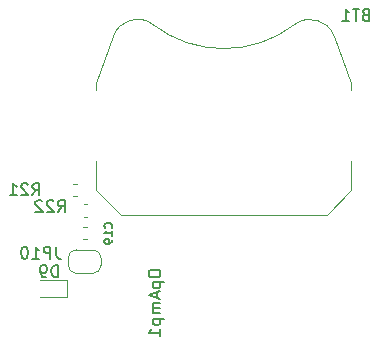
<source format=gbo>
G04 #@! TF.GenerationSoftware,KiCad,Pcbnew,(5.1.4)-1*
G04 #@! TF.CreationDate,2019-12-10T17:27:58+01:00*
G04 #@! TF.ProjectId,teensy4_header_breakout,7465656e-7379-4345-9f68-65616465725f,rev?*
G04 #@! TF.SameCoordinates,Original*
G04 #@! TF.FileFunction,Legend,Bot*
G04 #@! TF.FilePolarity,Positive*
%FSLAX46Y46*%
G04 Gerber Fmt 4.6, Leading zero omitted, Abs format (unit mm)*
G04 Created by KiCad (PCBNEW (5.1.4)-1) date 2019-12-10 17:27:58*
%MOMM*%
%LPD*%
G04 APERTURE LIST*
%ADD10C,0.120000*%
%ADD11C,0.100000*%
%ADD12C,0.150000*%
G04 APERTURE END LIST*
D10*
X129150380Y-96980680D02*
X126865380Y-96980680D01*
X129150380Y-95510680D02*
X129150380Y-96980680D01*
X126865380Y-95510680D02*
X129150380Y-95510680D01*
X130560961Y-89111360D02*
X130886519Y-89111360D01*
X130560961Y-90131360D02*
X130886519Y-90131360D01*
X130007579Y-88394000D02*
X129682021Y-88394000D01*
X130007579Y-87374000D02*
X129682021Y-87374000D01*
X131352760Y-92944440D02*
X129952760Y-92944440D01*
X129252760Y-93644440D02*
X129252760Y-94244440D01*
X129952760Y-94944440D02*
X131352760Y-94944440D01*
X132052760Y-94244440D02*
X132052760Y-93644440D01*
X132052760Y-93644440D02*
G75*
G03X131352760Y-92944440I-700000J0D01*
G01*
X131352760Y-94944440D02*
G75*
G03X132052760Y-94244440I0J700000D01*
G01*
X129252760Y-94244440D02*
G75*
G03X129952760Y-94944440I700000J0D01*
G01*
X129952760Y-92944440D02*
G75*
G03X129252760Y-93644440I0J-700000D01*
G01*
X130510161Y-91041760D02*
X130835719Y-91041760D01*
X130510161Y-92061760D02*
X130835719Y-92061760D01*
D11*
X153215580Y-79428080D02*
X153215580Y-78798080D01*
X153215580Y-87888080D02*
X153215580Y-85428080D01*
X131655580Y-79428080D02*
X131655580Y-78798080D01*
X131655580Y-87888080D02*
X131655580Y-85428080D01*
X151760824Y-74839911D02*
G75*
G03X148435580Y-73878080I-2015244J-738169D01*
G01*
X153215580Y-78798080D02*
X151775580Y-74848080D01*
X151135580Y-89968080D02*
X153215580Y-87888080D01*
X151135580Y-89968080D02*
X133735580Y-89968080D01*
X133735580Y-89968080D02*
X131655580Y-87888080D01*
X131655580Y-78798080D02*
X133095580Y-74848080D01*
X136432226Y-73861550D02*
G75*
G03X133095580Y-74848080I-1306646J-1716530D01*
G01*
X136430979Y-73874544D02*
G75*
G03X148435580Y-73878080I6004601J7806464D01*
G01*
D12*
X128403475Y-95268060D02*
X128403475Y-94268060D01*
X128165380Y-94268060D01*
X128022522Y-94315680D01*
X127927284Y-94410918D01*
X127879665Y-94506156D01*
X127832046Y-94696632D01*
X127832046Y-94839489D01*
X127879665Y-95029965D01*
X127927284Y-95125203D01*
X128022522Y-95220441D01*
X128165380Y-95268060D01*
X128403475Y-95268060D01*
X127355856Y-95268060D02*
X127165380Y-95268060D01*
X127070141Y-95220441D01*
X127022522Y-95172822D01*
X126927284Y-95029965D01*
X126879665Y-94839489D01*
X126879665Y-94458537D01*
X126927284Y-94363299D01*
X126974903Y-94315680D01*
X127070141Y-94268060D01*
X127260618Y-94268060D01*
X127355856Y-94315680D01*
X127403475Y-94363299D01*
X127451094Y-94458537D01*
X127451094Y-94696632D01*
X127403475Y-94791870D01*
X127355856Y-94839489D01*
X127260618Y-94887108D01*
X127070141Y-94887108D01*
X126974903Y-94839489D01*
X126927284Y-94791870D01*
X126879665Y-94696632D01*
X136078980Y-94857891D02*
X136078980Y-95048367D01*
X136126600Y-95143605D01*
X136221838Y-95238843D01*
X136412314Y-95286462D01*
X136745647Y-95286462D01*
X136936123Y-95238843D01*
X137031361Y-95143605D01*
X137078980Y-95048367D01*
X137078980Y-94857891D01*
X137031361Y-94762653D01*
X136936123Y-94667415D01*
X136745647Y-94619796D01*
X136412314Y-94619796D01*
X136221838Y-94667415D01*
X136126600Y-94762653D01*
X136078980Y-94857891D01*
X136412314Y-95715034D02*
X137412314Y-95715034D01*
X136459933Y-95715034D02*
X136412314Y-95810272D01*
X136412314Y-96000748D01*
X136459933Y-96095986D01*
X136507552Y-96143605D01*
X136602790Y-96191224D01*
X136888504Y-96191224D01*
X136983742Y-96143605D01*
X137031361Y-96095986D01*
X137078980Y-96000748D01*
X137078980Y-95810272D01*
X137031361Y-95715034D01*
X136793266Y-96572177D02*
X136793266Y-97048367D01*
X137078980Y-96476939D02*
X136078980Y-96810272D01*
X137078980Y-97143605D01*
X137078980Y-97476939D02*
X136412314Y-97476939D01*
X136507552Y-97476939D02*
X136459933Y-97524558D01*
X136412314Y-97619796D01*
X136412314Y-97762653D01*
X136459933Y-97857891D01*
X136555171Y-97905510D01*
X137078980Y-97905510D01*
X136555171Y-97905510D02*
X136459933Y-97953129D01*
X136412314Y-98048367D01*
X136412314Y-98191224D01*
X136459933Y-98286462D01*
X136555171Y-98334081D01*
X137078980Y-98334081D01*
X136412314Y-98810272D02*
X137412314Y-98810272D01*
X136459933Y-98810272D02*
X136412314Y-98905510D01*
X136412314Y-99095986D01*
X136459933Y-99191224D01*
X136507552Y-99238843D01*
X136602790Y-99286462D01*
X136888504Y-99286462D01*
X136983742Y-99238843D01*
X137031361Y-99191224D01*
X137078980Y-99095986D01*
X137078980Y-98905510D01*
X137031361Y-98810272D01*
X137078980Y-100238843D02*
X137078980Y-99667415D01*
X137078980Y-99953129D02*
X136078980Y-99953129D01*
X136221838Y-99857891D01*
X136317076Y-99762653D01*
X136364695Y-99667415D01*
X128394897Y-89748620D02*
X128728230Y-89272430D01*
X128966325Y-89748620D02*
X128966325Y-88748620D01*
X128585373Y-88748620D01*
X128490135Y-88796240D01*
X128442516Y-88843859D01*
X128394897Y-88939097D01*
X128394897Y-89081954D01*
X128442516Y-89177192D01*
X128490135Y-89224811D01*
X128585373Y-89272430D01*
X128966325Y-89272430D01*
X128013944Y-88843859D02*
X127966325Y-88796240D01*
X127871087Y-88748620D01*
X127632992Y-88748620D01*
X127537754Y-88796240D01*
X127490135Y-88843859D01*
X127442516Y-88939097D01*
X127442516Y-89034335D01*
X127490135Y-89177192D01*
X128061563Y-89748620D01*
X127442516Y-89748620D01*
X127061563Y-88843859D02*
X127013944Y-88796240D01*
X126918706Y-88748620D01*
X126680611Y-88748620D01*
X126585373Y-88796240D01*
X126537754Y-88843859D01*
X126490135Y-88939097D01*
X126490135Y-89034335D01*
X126537754Y-89177192D01*
X127109182Y-89748620D01*
X126490135Y-89748620D01*
X126235697Y-88331300D02*
X126569030Y-87855110D01*
X126807125Y-88331300D02*
X126807125Y-87331300D01*
X126426173Y-87331300D01*
X126330935Y-87378920D01*
X126283316Y-87426539D01*
X126235697Y-87521777D01*
X126235697Y-87664634D01*
X126283316Y-87759872D01*
X126330935Y-87807491D01*
X126426173Y-87855110D01*
X126807125Y-87855110D01*
X125854744Y-87426539D02*
X125807125Y-87378920D01*
X125711887Y-87331300D01*
X125473792Y-87331300D01*
X125378554Y-87378920D01*
X125330935Y-87426539D01*
X125283316Y-87521777D01*
X125283316Y-87617015D01*
X125330935Y-87759872D01*
X125902363Y-88331300D01*
X125283316Y-88331300D01*
X124330935Y-88331300D02*
X124902363Y-88331300D01*
X124616649Y-88331300D02*
X124616649Y-87331300D01*
X124711887Y-87474158D01*
X124807125Y-87569396D01*
X124902363Y-87617015D01*
X128233323Y-92698320D02*
X128233323Y-93412606D01*
X128280942Y-93555463D01*
X128376180Y-93650701D01*
X128519038Y-93698320D01*
X128614276Y-93698320D01*
X127757133Y-93698320D02*
X127757133Y-92698320D01*
X127376180Y-92698320D01*
X127280942Y-92745940D01*
X127233323Y-92793559D01*
X127185704Y-92888797D01*
X127185704Y-93031654D01*
X127233323Y-93126892D01*
X127280942Y-93174511D01*
X127376180Y-93222130D01*
X127757133Y-93222130D01*
X126233323Y-93698320D02*
X126804752Y-93698320D01*
X126519038Y-93698320D02*
X126519038Y-92698320D01*
X126614276Y-92841178D01*
X126709514Y-92936416D01*
X126804752Y-92984035D01*
X125614276Y-92698320D02*
X125519038Y-92698320D01*
X125423800Y-92745940D01*
X125376180Y-92793559D01*
X125328561Y-92888797D01*
X125280942Y-93079273D01*
X125280942Y-93317368D01*
X125328561Y-93507844D01*
X125376180Y-93603082D01*
X125423800Y-93650701D01*
X125519038Y-93698320D01*
X125614276Y-93698320D01*
X125709514Y-93650701D01*
X125757133Y-93603082D01*
X125804752Y-93507844D01*
X125852371Y-93317368D01*
X125852371Y-93079273D01*
X125804752Y-92888797D01*
X125757133Y-92793559D01*
X125709514Y-92745940D01*
X125614276Y-92698320D01*
X132944680Y-91094140D02*
X132978013Y-91060806D01*
X133011346Y-90960806D01*
X133011346Y-90894140D01*
X132978013Y-90794140D01*
X132911346Y-90727473D01*
X132844680Y-90694140D01*
X132711346Y-90660806D01*
X132611346Y-90660806D01*
X132478013Y-90694140D01*
X132411346Y-90727473D01*
X132344680Y-90794140D01*
X132311346Y-90894140D01*
X132311346Y-90960806D01*
X132344680Y-91060806D01*
X132378013Y-91094140D01*
X133011346Y-91760806D02*
X133011346Y-91360806D01*
X133011346Y-91560806D02*
X132311346Y-91560806D01*
X132411346Y-91494140D01*
X132478013Y-91427473D01*
X132511346Y-91360806D01*
X133011346Y-92094140D02*
X133011346Y-92227473D01*
X132978013Y-92294140D01*
X132944680Y-92327473D01*
X132844680Y-92394140D01*
X132711346Y-92427473D01*
X132444680Y-92427473D01*
X132378013Y-92394140D01*
X132344680Y-92360806D01*
X132311346Y-92294140D01*
X132311346Y-92160806D01*
X132344680Y-92094140D01*
X132378013Y-92060806D01*
X132444680Y-92027473D01*
X132611346Y-92027473D01*
X132678013Y-92060806D01*
X132711346Y-92094140D01*
X132744680Y-92160806D01*
X132744680Y-92294140D01*
X132711346Y-92360806D01*
X132678013Y-92394140D01*
X132611346Y-92427473D01*
X154435394Y-73029771D02*
X154292537Y-73077390D01*
X154244918Y-73125009D01*
X154197299Y-73220247D01*
X154197299Y-73363104D01*
X154244918Y-73458342D01*
X154292537Y-73505961D01*
X154387775Y-73553580D01*
X154768727Y-73553580D01*
X154768727Y-72553580D01*
X154435394Y-72553580D01*
X154340156Y-72601200D01*
X154292537Y-72648819D01*
X154244918Y-72744057D01*
X154244918Y-72839295D01*
X154292537Y-72934533D01*
X154340156Y-72982152D01*
X154435394Y-73029771D01*
X154768727Y-73029771D01*
X153911584Y-72553580D02*
X153340156Y-72553580D01*
X153625870Y-73553580D02*
X153625870Y-72553580D01*
X152483013Y-73553580D02*
X153054441Y-73553580D01*
X152768727Y-73553580D02*
X152768727Y-72553580D01*
X152863965Y-72696438D01*
X152959203Y-72791676D01*
X153054441Y-72839295D01*
M02*

</source>
